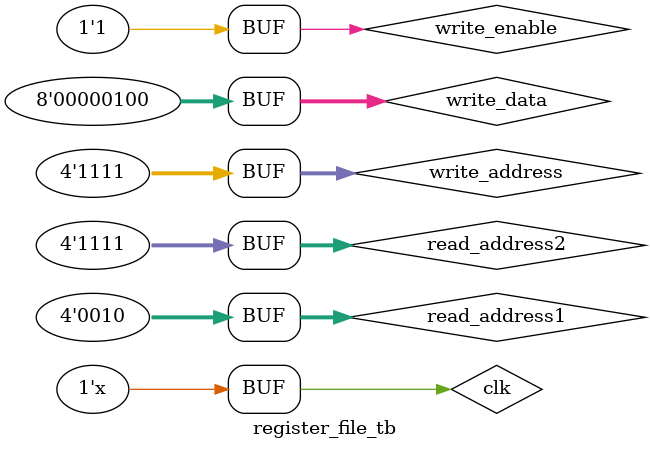
<source format=v>

module register_file (read_data1, read_data2, clk, write_enable, write_address, write_data, read_address1, read_address2);

parameter word_size  = 8; // each register is 8 bits, or 256 words
parameter num_reg    = 16; // 16 total registers in file
parameter index_size = 4; // 4 bits = 16 decimal, because we have 16 registers to choose from


// [MSB:LSB], most significant bit, least significant bit
// readData1 is word_size bits wide (in this case, 8 bits or 256 words)
output	[word_size-1:0] read_data1;
output	[word_size-1:0] read_data2;

input	clk;

input	write_enable; // indicates whether we're writing to a register
input	[index_size-1:0] write_address; // indicates which register we want to write to (register 1-16)
input	[word_size-1:0] write_data; // indicates what data we want to write (max size 8 bits or 256 words)

input	[index_size-1:0] read_address1; // indicates which register we want to read the contents of (register 1-16)
input	[index_size-1:0] read_address2; // indicates which register we want to read the contents of (register 1-16)


reg [word_size-1:0] regs[num_reg-1:0]; // create 16 registers (num_reg 0 through 15), each 8 bits wide (word_size)

always @(posedge clk)
begin
	if (write_enable) // if write_enable == 1, we are writing data to a specified address
	begin
	regs[write_address] <= write_data;
	end
end


assign read_data1 = regs[read_address1];
assign read_data2 = regs[read_address2];

endmodule

// test bench
module register_file_tb ();

parameter word_size  = 8; // each register is 8 bits, or 256 words
parameter num_reg    = 16; // 16 total registers in file
parameter index_size = 4; // 4 bits = 16 decimal, because we have 16 registers to choose from

	//input
	reg clk;
	reg write_enable;
	reg [index_size-1:0] write_address;
	reg [word_size-1:0] write_data;

	reg [index_size-1:0] read_address1;
	reg[index_size-1:0] read_address2;

	//output
	wire [word_size-1:0] read_data1;
        wire [word_size-1:0] read_data2;

	register_file MUT (read_data1, read_data2, clk, write_enable, write_address, write_data, read_address1, read_address2);
	initial clk = 0;

	//every 5 second, clk changes between 0 and 1.
	//every 10 seconds is a positive edge
	always #5 clk = ~clk;
	
	initial
	begin
		// write 7 to register 2, read register 0 and 2
		write_enable = 1;
		write_address = 2;
		write_data = 7;
		read_address1 = 0;
		read_address2 = 2;
		#20;
	
		// write 15 to register 2, read register 0 and 2
		write_enable = 1;
		write_address = 2;
		write_data = 8;
		read_address1 = 0;
		read_address2 = 2;
		#20;

		// write 255 to register 0, read register 0 and 2 
		write_enable = 1;
		write_address = 0;
		write_data = 255;
		read_address1 = 0;
		read_address2 = 2;
		#20;		

		// don't write anything (should ignore write_data), read register 0 and 2
		write_enable = 0;
		write_address = 2;
		write_data = 2;
		read_address1 = 0;
		read_address2 = 2;
		#20;

		// don't write anything (should ignore write_data), read register 2 and 15
		write_enable = 0;
		write_address = 2;
		write_data = 2;
		read_address1 = 2;
		read_address2 = 15;
		#20;

		// write 4 to register 15, read register 2 and 15
		write_enable = 1;
		write_address = 15;
		write_data = 4;
		read_address1 = 2;
		read_address2 = 15;
		#20;
	end
endmodule
</source>
